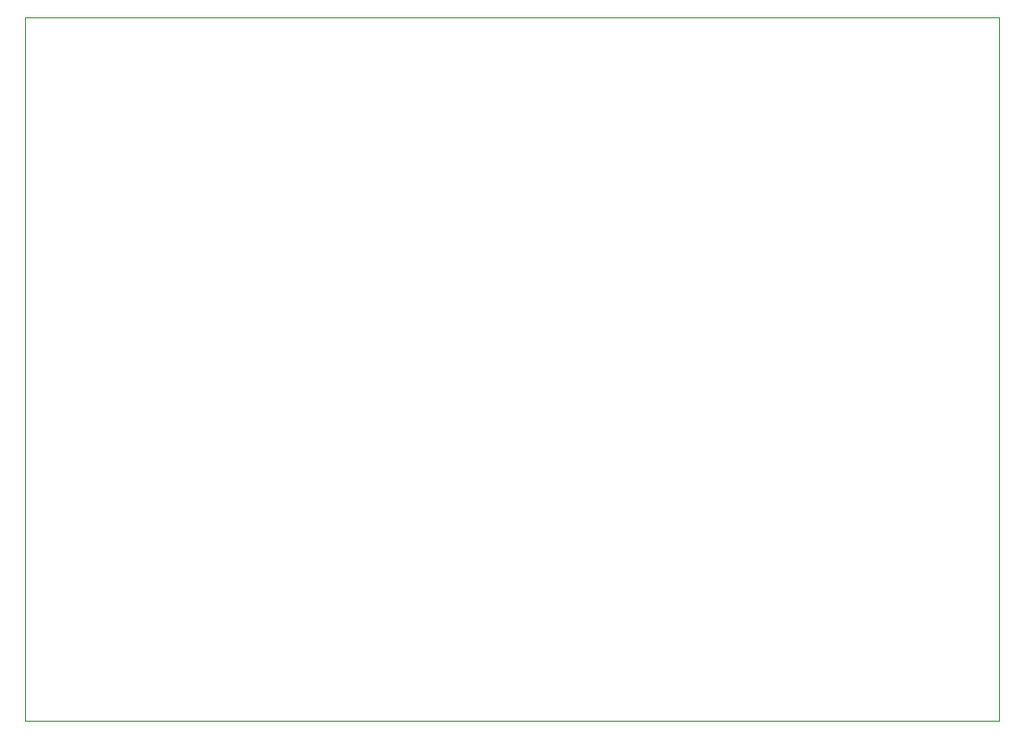
<source format=gbr>
%TF.GenerationSoftware,KiCad,Pcbnew,9.0.7*%
%TF.CreationDate,2026-02-17T22:10:37-08:00*%
%TF.ProjectId,3by3PCB,33627933-5043-4422-9e6b-696361645f70,rev?*%
%TF.SameCoordinates,Original*%
%TF.FileFunction,Profile,NP*%
%FSLAX46Y46*%
G04 Gerber Fmt 4.6, Leading zero omitted, Abs format (unit mm)*
G04 Created by KiCad (PCBNEW 9.0.7) date 2026-02-17 22:10:37*
%MOMM*%
%LPD*%
G01*
G04 APERTURE LIST*
%TA.AperFunction,Profile*%
%ADD10C,0.050000*%
%TD*%
G04 APERTURE END LIST*
D10*
X97170000Y-52402500D02*
X182895000Y-52402500D01*
X182895000Y-114315000D01*
X97170000Y-114315000D01*
X97170000Y-52402500D01*
M02*

</source>
